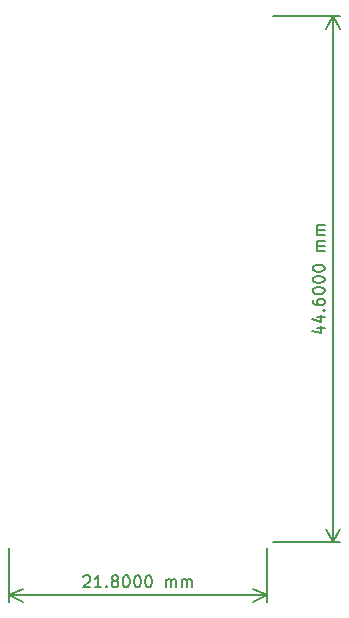
<source format=gbr>
%TF.GenerationSoftware,KiCad,Pcbnew,7.0.6*%
%TF.CreationDate,2023-07-23T20:03:58-07:00*%
%TF.ProjectId,iCEGenius,69434547-656e-4697-9573-2e6b69636164,rev?*%
%TF.SameCoordinates,Original*%
%TF.FileFunction,Other,Comment*%
%FSLAX46Y46*%
G04 Gerber Fmt 4.6, Leading zero omitted, Abs format (unit mm)*
G04 Created by KiCad (PCBNEW 7.0.6) date 2023-07-23 20:03:58*
%MOMM*%
%LPD*%
G01*
G04 APERTURE LIST*
%ADD10C,0.150000*%
G04 APERTURE END LIST*
D10*
X151380953Y-124500057D02*
X151428572Y-124452438D01*
X151428572Y-124452438D02*
X151523810Y-124404819D01*
X151523810Y-124404819D02*
X151761905Y-124404819D01*
X151761905Y-124404819D02*
X151857143Y-124452438D01*
X151857143Y-124452438D02*
X151904762Y-124500057D01*
X151904762Y-124500057D02*
X151952381Y-124595295D01*
X151952381Y-124595295D02*
X151952381Y-124690533D01*
X151952381Y-124690533D02*
X151904762Y-124833390D01*
X151904762Y-124833390D02*
X151333334Y-125404819D01*
X151333334Y-125404819D02*
X151952381Y-125404819D01*
X152904762Y-125404819D02*
X152333334Y-125404819D01*
X152619048Y-125404819D02*
X152619048Y-124404819D01*
X152619048Y-124404819D02*
X152523810Y-124547676D01*
X152523810Y-124547676D02*
X152428572Y-124642914D01*
X152428572Y-124642914D02*
X152333334Y-124690533D01*
X153333334Y-125309580D02*
X153380953Y-125357200D01*
X153380953Y-125357200D02*
X153333334Y-125404819D01*
X153333334Y-125404819D02*
X153285715Y-125357200D01*
X153285715Y-125357200D02*
X153333334Y-125309580D01*
X153333334Y-125309580D02*
X153333334Y-125404819D01*
X153952381Y-124833390D02*
X153857143Y-124785771D01*
X153857143Y-124785771D02*
X153809524Y-124738152D01*
X153809524Y-124738152D02*
X153761905Y-124642914D01*
X153761905Y-124642914D02*
X153761905Y-124595295D01*
X153761905Y-124595295D02*
X153809524Y-124500057D01*
X153809524Y-124500057D02*
X153857143Y-124452438D01*
X153857143Y-124452438D02*
X153952381Y-124404819D01*
X153952381Y-124404819D02*
X154142857Y-124404819D01*
X154142857Y-124404819D02*
X154238095Y-124452438D01*
X154238095Y-124452438D02*
X154285714Y-124500057D01*
X154285714Y-124500057D02*
X154333333Y-124595295D01*
X154333333Y-124595295D02*
X154333333Y-124642914D01*
X154333333Y-124642914D02*
X154285714Y-124738152D01*
X154285714Y-124738152D02*
X154238095Y-124785771D01*
X154238095Y-124785771D02*
X154142857Y-124833390D01*
X154142857Y-124833390D02*
X153952381Y-124833390D01*
X153952381Y-124833390D02*
X153857143Y-124881009D01*
X153857143Y-124881009D02*
X153809524Y-124928628D01*
X153809524Y-124928628D02*
X153761905Y-125023866D01*
X153761905Y-125023866D02*
X153761905Y-125214342D01*
X153761905Y-125214342D02*
X153809524Y-125309580D01*
X153809524Y-125309580D02*
X153857143Y-125357200D01*
X153857143Y-125357200D02*
X153952381Y-125404819D01*
X153952381Y-125404819D02*
X154142857Y-125404819D01*
X154142857Y-125404819D02*
X154238095Y-125357200D01*
X154238095Y-125357200D02*
X154285714Y-125309580D01*
X154285714Y-125309580D02*
X154333333Y-125214342D01*
X154333333Y-125214342D02*
X154333333Y-125023866D01*
X154333333Y-125023866D02*
X154285714Y-124928628D01*
X154285714Y-124928628D02*
X154238095Y-124881009D01*
X154238095Y-124881009D02*
X154142857Y-124833390D01*
X154952381Y-124404819D02*
X155047619Y-124404819D01*
X155047619Y-124404819D02*
X155142857Y-124452438D01*
X155142857Y-124452438D02*
X155190476Y-124500057D01*
X155190476Y-124500057D02*
X155238095Y-124595295D01*
X155238095Y-124595295D02*
X155285714Y-124785771D01*
X155285714Y-124785771D02*
X155285714Y-125023866D01*
X155285714Y-125023866D02*
X155238095Y-125214342D01*
X155238095Y-125214342D02*
X155190476Y-125309580D01*
X155190476Y-125309580D02*
X155142857Y-125357200D01*
X155142857Y-125357200D02*
X155047619Y-125404819D01*
X155047619Y-125404819D02*
X154952381Y-125404819D01*
X154952381Y-125404819D02*
X154857143Y-125357200D01*
X154857143Y-125357200D02*
X154809524Y-125309580D01*
X154809524Y-125309580D02*
X154761905Y-125214342D01*
X154761905Y-125214342D02*
X154714286Y-125023866D01*
X154714286Y-125023866D02*
X154714286Y-124785771D01*
X154714286Y-124785771D02*
X154761905Y-124595295D01*
X154761905Y-124595295D02*
X154809524Y-124500057D01*
X154809524Y-124500057D02*
X154857143Y-124452438D01*
X154857143Y-124452438D02*
X154952381Y-124404819D01*
X155904762Y-124404819D02*
X156000000Y-124404819D01*
X156000000Y-124404819D02*
X156095238Y-124452438D01*
X156095238Y-124452438D02*
X156142857Y-124500057D01*
X156142857Y-124500057D02*
X156190476Y-124595295D01*
X156190476Y-124595295D02*
X156238095Y-124785771D01*
X156238095Y-124785771D02*
X156238095Y-125023866D01*
X156238095Y-125023866D02*
X156190476Y-125214342D01*
X156190476Y-125214342D02*
X156142857Y-125309580D01*
X156142857Y-125309580D02*
X156095238Y-125357200D01*
X156095238Y-125357200D02*
X156000000Y-125404819D01*
X156000000Y-125404819D02*
X155904762Y-125404819D01*
X155904762Y-125404819D02*
X155809524Y-125357200D01*
X155809524Y-125357200D02*
X155761905Y-125309580D01*
X155761905Y-125309580D02*
X155714286Y-125214342D01*
X155714286Y-125214342D02*
X155666667Y-125023866D01*
X155666667Y-125023866D02*
X155666667Y-124785771D01*
X155666667Y-124785771D02*
X155714286Y-124595295D01*
X155714286Y-124595295D02*
X155761905Y-124500057D01*
X155761905Y-124500057D02*
X155809524Y-124452438D01*
X155809524Y-124452438D02*
X155904762Y-124404819D01*
X156857143Y-124404819D02*
X156952381Y-124404819D01*
X156952381Y-124404819D02*
X157047619Y-124452438D01*
X157047619Y-124452438D02*
X157095238Y-124500057D01*
X157095238Y-124500057D02*
X157142857Y-124595295D01*
X157142857Y-124595295D02*
X157190476Y-124785771D01*
X157190476Y-124785771D02*
X157190476Y-125023866D01*
X157190476Y-125023866D02*
X157142857Y-125214342D01*
X157142857Y-125214342D02*
X157095238Y-125309580D01*
X157095238Y-125309580D02*
X157047619Y-125357200D01*
X157047619Y-125357200D02*
X156952381Y-125404819D01*
X156952381Y-125404819D02*
X156857143Y-125404819D01*
X156857143Y-125404819D02*
X156761905Y-125357200D01*
X156761905Y-125357200D02*
X156714286Y-125309580D01*
X156714286Y-125309580D02*
X156666667Y-125214342D01*
X156666667Y-125214342D02*
X156619048Y-125023866D01*
X156619048Y-125023866D02*
X156619048Y-124785771D01*
X156619048Y-124785771D02*
X156666667Y-124595295D01*
X156666667Y-124595295D02*
X156714286Y-124500057D01*
X156714286Y-124500057D02*
X156761905Y-124452438D01*
X156761905Y-124452438D02*
X156857143Y-124404819D01*
X158380953Y-125404819D02*
X158380953Y-124738152D01*
X158380953Y-124833390D02*
X158428572Y-124785771D01*
X158428572Y-124785771D02*
X158523810Y-124738152D01*
X158523810Y-124738152D02*
X158666667Y-124738152D01*
X158666667Y-124738152D02*
X158761905Y-124785771D01*
X158761905Y-124785771D02*
X158809524Y-124881009D01*
X158809524Y-124881009D02*
X158809524Y-125404819D01*
X158809524Y-124881009D02*
X158857143Y-124785771D01*
X158857143Y-124785771D02*
X158952381Y-124738152D01*
X158952381Y-124738152D02*
X159095238Y-124738152D01*
X159095238Y-124738152D02*
X159190477Y-124785771D01*
X159190477Y-124785771D02*
X159238096Y-124881009D01*
X159238096Y-124881009D02*
X159238096Y-125404819D01*
X159714286Y-125404819D02*
X159714286Y-124738152D01*
X159714286Y-124833390D02*
X159761905Y-124785771D01*
X159761905Y-124785771D02*
X159857143Y-124738152D01*
X159857143Y-124738152D02*
X160000000Y-124738152D01*
X160000000Y-124738152D02*
X160095238Y-124785771D01*
X160095238Y-124785771D02*
X160142857Y-124881009D01*
X160142857Y-124881009D02*
X160142857Y-125404819D01*
X160142857Y-124881009D02*
X160190476Y-124785771D01*
X160190476Y-124785771D02*
X160285714Y-124738152D01*
X160285714Y-124738152D02*
X160428571Y-124738152D01*
X160428571Y-124738152D02*
X160523810Y-124785771D01*
X160523810Y-124785771D02*
X160571429Y-124881009D01*
X160571429Y-124881009D02*
X160571429Y-125404819D01*
X166900000Y-122100000D02*
X166900000Y-126686420D01*
X145100000Y-122100000D02*
X145100000Y-126686420D01*
X166900000Y-126100000D02*
X145100000Y-126100000D01*
X166900000Y-126100000D02*
X145100000Y-126100000D01*
X166900000Y-126100000D02*
X165773496Y-126686421D01*
X166900000Y-126100000D02*
X165773496Y-125513579D01*
X145100000Y-126100000D02*
X146226504Y-125513579D01*
X145100000Y-126100000D02*
X146226504Y-126686421D01*
X171138152Y-103442856D02*
X171804819Y-103442856D01*
X170757200Y-103680951D02*
X171471485Y-103919046D01*
X171471485Y-103919046D02*
X171471485Y-103299999D01*
X171138152Y-102490475D02*
X171804819Y-102490475D01*
X170757200Y-102728570D02*
X171471485Y-102966665D01*
X171471485Y-102966665D02*
X171471485Y-102347618D01*
X171709580Y-101966665D02*
X171757200Y-101919046D01*
X171757200Y-101919046D02*
X171804819Y-101966665D01*
X171804819Y-101966665D02*
X171757200Y-102014284D01*
X171757200Y-102014284D02*
X171709580Y-101966665D01*
X171709580Y-101966665D02*
X171804819Y-101966665D01*
X170804819Y-101061904D02*
X170804819Y-101252380D01*
X170804819Y-101252380D02*
X170852438Y-101347618D01*
X170852438Y-101347618D02*
X170900057Y-101395237D01*
X170900057Y-101395237D02*
X171042914Y-101490475D01*
X171042914Y-101490475D02*
X171233390Y-101538094D01*
X171233390Y-101538094D02*
X171614342Y-101538094D01*
X171614342Y-101538094D02*
X171709580Y-101490475D01*
X171709580Y-101490475D02*
X171757200Y-101442856D01*
X171757200Y-101442856D02*
X171804819Y-101347618D01*
X171804819Y-101347618D02*
X171804819Y-101157142D01*
X171804819Y-101157142D02*
X171757200Y-101061904D01*
X171757200Y-101061904D02*
X171709580Y-101014285D01*
X171709580Y-101014285D02*
X171614342Y-100966666D01*
X171614342Y-100966666D02*
X171376247Y-100966666D01*
X171376247Y-100966666D02*
X171281009Y-101014285D01*
X171281009Y-101014285D02*
X171233390Y-101061904D01*
X171233390Y-101061904D02*
X171185771Y-101157142D01*
X171185771Y-101157142D02*
X171185771Y-101347618D01*
X171185771Y-101347618D02*
X171233390Y-101442856D01*
X171233390Y-101442856D02*
X171281009Y-101490475D01*
X171281009Y-101490475D02*
X171376247Y-101538094D01*
X170804819Y-100347618D02*
X170804819Y-100252380D01*
X170804819Y-100252380D02*
X170852438Y-100157142D01*
X170852438Y-100157142D02*
X170900057Y-100109523D01*
X170900057Y-100109523D02*
X170995295Y-100061904D01*
X170995295Y-100061904D02*
X171185771Y-100014285D01*
X171185771Y-100014285D02*
X171423866Y-100014285D01*
X171423866Y-100014285D02*
X171614342Y-100061904D01*
X171614342Y-100061904D02*
X171709580Y-100109523D01*
X171709580Y-100109523D02*
X171757200Y-100157142D01*
X171757200Y-100157142D02*
X171804819Y-100252380D01*
X171804819Y-100252380D02*
X171804819Y-100347618D01*
X171804819Y-100347618D02*
X171757200Y-100442856D01*
X171757200Y-100442856D02*
X171709580Y-100490475D01*
X171709580Y-100490475D02*
X171614342Y-100538094D01*
X171614342Y-100538094D02*
X171423866Y-100585713D01*
X171423866Y-100585713D02*
X171185771Y-100585713D01*
X171185771Y-100585713D02*
X170995295Y-100538094D01*
X170995295Y-100538094D02*
X170900057Y-100490475D01*
X170900057Y-100490475D02*
X170852438Y-100442856D01*
X170852438Y-100442856D02*
X170804819Y-100347618D01*
X170804819Y-99395237D02*
X170804819Y-99299999D01*
X170804819Y-99299999D02*
X170852438Y-99204761D01*
X170852438Y-99204761D02*
X170900057Y-99157142D01*
X170900057Y-99157142D02*
X170995295Y-99109523D01*
X170995295Y-99109523D02*
X171185771Y-99061904D01*
X171185771Y-99061904D02*
X171423866Y-99061904D01*
X171423866Y-99061904D02*
X171614342Y-99109523D01*
X171614342Y-99109523D02*
X171709580Y-99157142D01*
X171709580Y-99157142D02*
X171757200Y-99204761D01*
X171757200Y-99204761D02*
X171804819Y-99299999D01*
X171804819Y-99299999D02*
X171804819Y-99395237D01*
X171804819Y-99395237D02*
X171757200Y-99490475D01*
X171757200Y-99490475D02*
X171709580Y-99538094D01*
X171709580Y-99538094D02*
X171614342Y-99585713D01*
X171614342Y-99585713D02*
X171423866Y-99633332D01*
X171423866Y-99633332D02*
X171185771Y-99633332D01*
X171185771Y-99633332D02*
X170995295Y-99585713D01*
X170995295Y-99585713D02*
X170900057Y-99538094D01*
X170900057Y-99538094D02*
X170852438Y-99490475D01*
X170852438Y-99490475D02*
X170804819Y-99395237D01*
X170804819Y-98442856D02*
X170804819Y-98347618D01*
X170804819Y-98347618D02*
X170852438Y-98252380D01*
X170852438Y-98252380D02*
X170900057Y-98204761D01*
X170900057Y-98204761D02*
X170995295Y-98157142D01*
X170995295Y-98157142D02*
X171185771Y-98109523D01*
X171185771Y-98109523D02*
X171423866Y-98109523D01*
X171423866Y-98109523D02*
X171614342Y-98157142D01*
X171614342Y-98157142D02*
X171709580Y-98204761D01*
X171709580Y-98204761D02*
X171757200Y-98252380D01*
X171757200Y-98252380D02*
X171804819Y-98347618D01*
X171804819Y-98347618D02*
X171804819Y-98442856D01*
X171804819Y-98442856D02*
X171757200Y-98538094D01*
X171757200Y-98538094D02*
X171709580Y-98585713D01*
X171709580Y-98585713D02*
X171614342Y-98633332D01*
X171614342Y-98633332D02*
X171423866Y-98680951D01*
X171423866Y-98680951D02*
X171185771Y-98680951D01*
X171185771Y-98680951D02*
X170995295Y-98633332D01*
X170995295Y-98633332D02*
X170900057Y-98585713D01*
X170900057Y-98585713D02*
X170852438Y-98538094D01*
X170852438Y-98538094D02*
X170804819Y-98442856D01*
X171804819Y-96919046D02*
X171138152Y-96919046D01*
X171233390Y-96919046D02*
X171185771Y-96871427D01*
X171185771Y-96871427D02*
X171138152Y-96776189D01*
X171138152Y-96776189D02*
X171138152Y-96633332D01*
X171138152Y-96633332D02*
X171185771Y-96538094D01*
X171185771Y-96538094D02*
X171281009Y-96490475D01*
X171281009Y-96490475D02*
X171804819Y-96490475D01*
X171281009Y-96490475D02*
X171185771Y-96442856D01*
X171185771Y-96442856D02*
X171138152Y-96347618D01*
X171138152Y-96347618D02*
X171138152Y-96204761D01*
X171138152Y-96204761D02*
X171185771Y-96109522D01*
X171185771Y-96109522D02*
X171281009Y-96061903D01*
X171281009Y-96061903D02*
X171804819Y-96061903D01*
X171804819Y-95585713D02*
X171138152Y-95585713D01*
X171233390Y-95585713D02*
X171185771Y-95538094D01*
X171185771Y-95538094D02*
X171138152Y-95442856D01*
X171138152Y-95442856D02*
X171138152Y-95299999D01*
X171138152Y-95299999D02*
X171185771Y-95204761D01*
X171185771Y-95204761D02*
X171281009Y-95157142D01*
X171281009Y-95157142D02*
X171804819Y-95157142D01*
X171281009Y-95157142D02*
X171185771Y-95109523D01*
X171185771Y-95109523D02*
X171138152Y-95014285D01*
X171138152Y-95014285D02*
X171138152Y-94871428D01*
X171138152Y-94871428D02*
X171185771Y-94776189D01*
X171185771Y-94776189D02*
X171281009Y-94728570D01*
X171281009Y-94728570D02*
X171804819Y-94728570D01*
X167400000Y-121600000D02*
X173086420Y-121600000D01*
X167400000Y-77000000D02*
X173086420Y-77000000D01*
X172500000Y-121600000D02*
X172500000Y-77000000D01*
X172500000Y-121600000D02*
X172500000Y-77000000D01*
X172500000Y-121600000D02*
X171913579Y-120473496D01*
X172500000Y-121600000D02*
X173086421Y-120473496D01*
X172500000Y-77000000D02*
X173086421Y-78126504D01*
X172500000Y-77000000D02*
X171913579Y-78126504D01*
M02*

</source>
